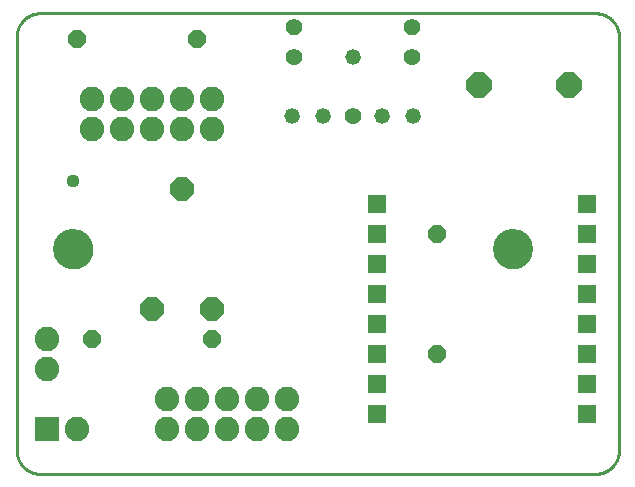
<source format=gts>
G75*
%MOIN*%
%OFA0B0*%
%FSLAX25Y25*%
%IPPOS*%
%LPD*%
%AMOC8*
5,1,8,0,0,1.08239X$1,22.5*
%
%ADD10C,0.00000*%
%ADD11C,0.13398*%
%ADD12C,0.01000*%
%ADD13C,0.08200*%
%ADD14R,0.08200X0.08200*%
%ADD15C,0.05524*%
%ADD16C,0.05200*%
%ADD17OC8,0.07800*%
%ADD18OC8,0.08400*%
%ADD19R,0.06146X0.06146*%
%ADD20OC8,0.06000*%
%ADD21C,0.04369*%
D10*
X0014099Y0081103D02*
X0014101Y0081261D01*
X0014107Y0081419D01*
X0014117Y0081577D01*
X0014131Y0081735D01*
X0014149Y0081892D01*
X0014170Y0082049D01*
X0014196Y0082205D01*
X0014226Y0082361D01*
X0014259Y0082516D01*
X0014297Y0082669D01*
X0014338Y0082822D01*
X0014383Y0082974D01*
X0014432Y0083125D01*
X0014485Y0083274D01*
X0014541Y0083422D01*
X0014601Y0083568D01*
X0014665Y0083713D01*
X0014733Y0083856D01*
X0014804Y0083998D01*
X0014878Y0084138D01*
X0014956Y0084275D01*
X0015038Y0084411D01*
X0015122Y0084545D01*
X0015211Y0084676D01*
X0015302Y0084805D01*
X0015397Y0084932D01*
X0015494Y0085057D01*
X0015595Y0085179D01*
X0015699Y0085298D01*
X0015806Y0085415D01*
X0015916Y0085529D01*
X0016029Y0085640D01*
X0016144Y0085749D01*
X0016262Y0085854D01*
X0016383Y0085956D01*
X0016506Y0086056D01*
X0016632Y0086152D01*
X0016760Y0086245D01*
X0016890Y0086335D01*
X0017023Y0086421D01*
X0017158Y0086505D01*
X0017294Y0086584D01*
X0017433Y0086661D01*
X0017574Y0086733D01*
X0017716Y0086803D01*
X0017860Y0086868D01*
X0018006Y0086930D01*
X0018153Y0086988D01*
X0018302Y0087043D01*
X0018452Y0087094D01*
X0018603Y0087141D01*
X0018755Y0087184D01*
X0018908Y0087223D01*
X0019063Y0087259D01*
X0019218Y0087290D01*
X0019374Y0087318D01*
X0019530Y0087342D01*
X0019687Y0087362D01*
X0019845Y0087378D01*
X0020002Y0087390D01*
X0020161Y0087398D01*
X0020319Y0087402D01*
X0020477Y0087402D01*
X0020635Y0087398D01*
X0020794Y0087390D01*
X0020951Y0087378D01*
X0021109Y0087362D01*
X0021266Y0087342D01*
X0021422Y0087318D01*
X0021578Y0087290D01*
X0021733Y0087259D01*
X0021888Y0087223D01*
X0022041Y0087184D01*
X0022193Y0087141D01*
X0022344Y0087094D01*
X0022494Y0087043D01*
X0022643Y0086988D01*
X0022790Y0086930D01*
X0022936Y0086868D01*
X0023080Y0086803D01*
X0023222Y0086733D01*
X0023363Y0086661D01*
X0023502Y0086584D01*
X0023638Y0086505D01*
X0023773Y0086421D01*
X0023906Y0086335D01*
X0024036Y0086245D01*
X0024164Y0086152D01*
X0024290Y0086056D01*
X0024413Y0085956D01*
X0024534Y0085854D01*
X0024652Y0085749D01*
X0024767Y0085640D01*
X0024880Y0085529D01*
X0024990Y0085415D01*
X0025097Y0085298D01*
X0025201Y0085179D01*
X0025302Y0085057D01*
X0025399Y0084932D01*
X0025494Y0084805D01*
X0025585Y0084676D01*
X0025674Y0084545D01*
X0025758Y0084411D01*
X0025840Y0084275D01*
X0025918Y0084138D01*
X0025992Y0083998D01*
X0026063Y0083856D01*
X0026131Y0083713D01*
X0026195Y0083568D01*
X0026255Y0083422D01*
X0026311Y0083274D01*
X0026364Y0083125D01*
X0026413Y0082974D01*
X0026458Y0082822D01*
X0026499Y0082669D01*
X0026537Y0082516D01*
X0026570Y0082361D01*
X0026600Y0082205D01*
X0026626Y0082049D01*
X0026647Y0081892D01*
X0026665Y0081735D01*
X0026679Y0081577D01*
X0026689Y0081419D01*
X0026695Y0081261D01*
X0026697Y0081103D01*
X0026695Y0080945D01*
X0026689Y0080787D01*
X0026679Y0080629D01*
X0026665Y0080471D01*
X0026647Y0080314D01*
X0026626Y0080157D01*
X0026600Y0080001D01*
X0026570Y0079845D01*
X0026537Y0079690D01*
X0026499Y0079537D01*
X0026458Y0079384D01*
X0026413Y0079232D01*
X0026364Y0079081D01*
X0026311Y0078932D01*
X0026255Y0078784D01*
X0026195Y0078638D01*
X0026131Y0078493D01*
X0026063Y0078350D01*
X0025992Y0078208D01*
X0025918Y0078068D01*
X0025840Y0077931D01*
X0025758Y0077795D01*
X0025674Y0077661D01*
X0025585Y0077530D01*
X0025494Y0077401D01*
X0025399Y0077274D01*
X0025302Y0077149D01*
X0025201Y0077027D01*
X0025097Y0076908D01*
X0024990Y0076791D01*
X0024880Y0076677D01*
X0024767Y0076566D01*
X0024652Y0076457D01*
X0024534Y0076352D01*
X0024413Y0076250D01*
X0024290Y0076150D01*
X0024164Y0076054D01*
X0024036Y0075961D01*
X0023906Y0075871D01*
X0023773Y0075785D01*
X0023638Y0075701D01*
X0023502Y0075622D01*
X0023363Y0075545D01*
X0023222Y0075473D01*
X0023080Y0075403D01*
X0022936Y0075338D01*
X0022790Y0075276D01*
X0022643Y0075218D01*
X0022494Y0075163D01*
X0022344Y0075112D01*
X0022193Y0075065D01*
X0022041Y0075022D01*
X0021888Y0074983D01*
X0021733Y0074947D01*
X0021578Y0074916D01*
X0021422Y0074888D01*
X0021266Y0074864D01*
X0021109Y0074844D01*
X0020951Y0074828D01*
X0020794Y0074816D01*
X0020635Y0074808D01*
X0020477Y0074804D01*
X0020319Y0074804D01*
X0020161Y0074808D01*
X0020002Y0074816D01*
X0019845Y0074828D01*
X0019687Y0074844D01*
X0019530Y0074864D01*
X0019374Y0074888D01*
X0019218Y0074916D01*
X0019063Y0074947D01*
X0018908Y0074983D01*
X0018755Y0075022D01*
X0018603Y0075065D01*
X0018452Y0075112D01*
X0018302Y0075163D01*
X0018153Y0075218D01*
X0018006Y0075276D01*
X0017860Y0075338D01*
X0017716Y0075403D01*
X0017574Y0075473D01*
X0017433Y0075545D01*
X0017294Y0075622D01*
X0017158Y0075701D01*
X0017023Y0075785D01*
X0016890Y0075871D01*
X0016760Y0075961D01*
X0016632Y0076054D01*
X0016506Y0076150D01*
X0016383Y0076250D01*
X0016262Y0076352D01*
X0016144Y0076457D01*
X0016029Y0076566D01*
X0015916Y0076677D01*
X0015806Y0076791D01*
X0015699Y0076908D01*
X0015595Y0077027D01*
X0015494Y0077149D01*
X0015397Y0077274D01*
X0015302Y0077401D01*
X0015211Y0077530D01*
X0015122Y0077661D01*
X0015038Y0077795D01*
X0014956Y0077931D01*
X0014878Y0078068D01*
X0014804Y0078208D01*
X0014733Y0078350D01*
X0014665Y0078493D01*
X0014601Y0078638D01*
X0014541Y0078784D01*
X0014485Y0078932D01*
X0014432Y0079081D01*
X0014383Y0079232D01*
X0014338Y0079384D01*
X0014297Y0079537D01*
X0014259Y0079690D01*
X0014226Y0079845D01*
X0014196Y0080001D01*
X0014170Y0080157D01*
X0014149Y0080314D01*
X0014131Y0080471D01*
X0014117Y0080629D01*
X0014107Y0080787D01*
X0014101Y0080945D01*
X0014099Y0081103D01*
X0091453Y0145300D02*
X0091455Y0145397D01*
X0091461Y0145494D01*
X0091471Y0145590D01*
X0091485Y0145686D01*
X0091503Y0145782D01*
X0091524Y0145876D01*
X0091550Y0145970D01*
X0091579Y0146062D01*
X0091613Y0146153D01*
X0091649Y0146243D01*
X0091690Y0146331D01*
X0091734Y0146417D01*
X0091782Y0146502D01*
X0091833Y0146584D01*
X0091887Y0146665D01*
X0091945Y0146743D01*
X0092006Y0146818D01*
X0092069Y0146891D01*
X0092136Y0146962D01*
X0092206Y0147029D01*
X0092278Y0147094D01*
X0092353Y0147155D01*
X0092431Y0147214D01*
X0092510Y0147269D01*
X0092592Y0147321D01*
X0092676Y0147369D01*
X0092762Y0147414D01*
X0092850Y0147456D01*
X0092939Y0147494D01*
X0093030Y0147528D01*
X0093122Y0147558D01*
X0093215Y0147585D01*
X0093310Y0147607D01*
X0093405Y0147626D01*
X0093501Y0147641D01*
X0093597Y0147652D01*
X0093694Y0147659D01*
X0093791Y0147662D01*
X0093888Y0147661D01*
X0093985Y0147656D01*
X0094081Y0147647D01*
X0094177Y0147634D01*
X0094273Y0147617D01*
X0094368Y0147596D01*
X0094461Y0147572D01*
X0094554Y0147543D01*
X0094646Y0147511D01*
X0094736Y0147475D01*
X0094824Y0147436D01*
X0094911Y0147392D01*
X0094996Y0147346D01*
X0095079Y0147295D01*
X0095160Y0147242D01*
X0095238Y0147185D01*
X0095315Y0147125D01*
X0095388Y0147062D01*
X0095459Y0146996D01*
X0095527Y0146927D01*
X0095593Y0146855D01*
X0095655Y0146781D01*
X0095714Y0146704D01*
X0095770Y0146625D01*
X0095823Y0146543D01*
X0095873Y0146460D01*
X0095918Y0146374D01*
X0095961Y0146287D01*
X0096000Y0146198D01*
X0096035Y0146108D01*
X0096066Y0146016D01*
X0096093Y0145923D01*
X0096117Y0145829D01*
X0096137Y0145734D01*
X0096153Y0145638D01*
X0096165Y0145542D01*
X0096173Y0145445D01*
X0096177Y0145348D01*
X0096177Y0145252D01*
X0096173Y0145155D01*
X0096165Y0145058D01*
X0096153Y0144962D01*
X0096137Y0144866D01*
X0096117Y0144771D01*
X0096093Y0144677D01*
X0096066Y0144584D01*
X0096035Y0144492D01*
X0096000Y0144402D01*
X0095961Y0144313D01*
X0095918Y0144226D01*
X0095873Y0144140D01*
X0095823Y0144057D01*
X0095770Y0143975D01*
X0095714Y0143896D01*
X0095655Y0143819D01*
X0095593Y0143745D01*
X0095527Y0143673D01*
X0095459Y0143604D01*
X0095388Y0143538D01*
X0095315Y0143475D01*
X0095238Y0143415D01*
X0095160Y0143358D01*
X0095079Y0143305D01*
X0094996Y0143254D01*
X0094911Y0143208D01*
X0094824Y0143164D01*
X0094736Y0143125D01*
X0094646Y0143089D01*
X0094554Y0143057D01*
X0094461Y0143028D01*
X0094368Y0143004D01*
X0094273Y0142983D01*
X0094177Y0142966D01*
X0094081Y0142953D01*
X0093985Y0142944D01*
X0093888Y0142939D01*
X0093791Y0142938D01*
X0093694Y0142941D01*
X0093597Y0142948D01*
X0093501Y0142959D01*
X0093405Y0142974D01*
X0093310Y0142993D01*
X0093215Y0143015D01*
X0093122Y0143042D01*
X0093030Y0143072D01*
X0092939Y0143106D01*
X0092850Y0143144D01*
X0092762Y0143186D01*
X0092676Y0143231D01*
X0092592Y0143279D01*
X0092510Y0143331D01*
X0092431Y0143386D01*
X0092353Y0143445D01*
X0092278Y0143506D01*
X0092206Y0143571D01*
X0092136Y0143638D01*
X0092069Y0143709D01*
X0092006Y0143782D01*
X0091945Y0143857D01*
X0091887Y0143935D01*
X0091833Y0144016D01*
X0091782Y0144098D01*
X0091734Y0144183D01*
X0091690Y0144269D01*
X0091649Y0144357D01*
X0091613Y0144447D01*
X0091579Y0144538D01*
X0091550Y0144630D01*
X0091524Y0144724D01*
X0091503Y0144818D01*
X0091485Y0144914D01*
X0091471Y0145010D01*
X0091461Y0145106D01*
X0091455Y0145203D01*
X0091453Y0145300D01*
X0091453Y0155143D02*
X0091455Y0155240D01*
X0091461Y0155337D01*
X0091471Y0155433D01*
X0091485Y0155529D01*
X0091503Y0155625D01*
X0091524Y0155719D01*
X0091550Y0155813D01*
X0091579Y0155905D01*
X0091613Y0155996D01*
X0091649Y0156086D01*
X0091690Y0156174D01*
X0091734Y0156260D01*
X0091782Y0156345D01*
X0091833Y0156427D01*
X0091887Y0156508D01*
X0091945Y0156586D01*
X0092006Y0156661D01*
X0092069Y0156734D01*
X0092136Y0156805D01*
X0092206Y0156872D01*
X0092278Y0156937D01*
X0092353Y0156998D01*
X0092431Y0157057D01*
X0092510Y0157112D01*
X0092592Y0157164D01*
X0092676Y0157212D01*
X0092762Y0157257D01*
X0092850Y0157299D01*
X0092939Y0157337D01*
X0093030Y0157371D01*
X0093122Y0157401D01*
X0093215Y0157428D01*
X0093310Y0157450D01*
X0093405Y0157469D01*
X0093501Y0157484D01*
X0093597Y0157495D01*
X0093694Y0157502D01*
X0093791Y0157505D01*
X0093888Y0157504D01*
X0093985Y0157499D01*
X0094081Y0157490D01*
X0094177Y0157477D01*
X0094273Y0157460D01*
X0094368Y0157439D01*
X0094461Y0157415D01*
X0094554Y0157386D01*
X0094646Y0157354D01*
X0094736Y0157318D01*
X0094824Y0157279D01*
X0094911Y0157235D01*
X0094996Y0157189D01*
X0095079Y0157138D01*
X0095160Y0157085D01*
X0095238Y0157028D01*
X0095315Y0156968D01*
X0095388Y0156905D01*
X0095459Y0156839D01*
X0095527Y0156770D01*
X0095593Y0156698D01*
X0095655Y0156624D01*
X0095714Y0156547D01*
X0095770Y0156468D01*
X0095823Y0156386D01*
X0095873Y0156303D01*
X0095918Y0156217D01*
X0095961Y0156130D01*
X0096000Y0156041D01*
X0096035Y0155951D01*
X0096066Y0155859D01*
X0096093Y0155766D01*
X0096117Y0155672D01*
X0096137Y0155577D01*
X0096153Y0155481D01*
X0096165Y0155385D01*
X0096173Y0155288D01*
X0096177Y0155191D01*
X0096177Y0155095D01*
X0096173Y0154998D01*
X0096165Y0154901D01*
X0096153Y0154805D01*
X0096137Y0154709D01*
X0096117Y0154614D01*
X0096093Y0154520D01*
X0096066Y0154427D01*
X0096035Y0154335D01*
X0096000Y0154245D01*
X0095961Y0154156D01*
X0095918Y0154069D01*
X0095873Y0153983D01*
X0095823Y0153900D01*
X0095770Y0153818D01*
X0095714Y0153739D01*
X0095655Y0153662D01*
X0095593Y0153588D01*
X0095527Y0153516D01*
X0095459Y0153447D01*
X0095388Y0153381D01*
X0095315Y0153318D01*
X0095238Y0153258D01*
X0095160Y0153201D01*
X0095079Y0153148D01*
X0094996Y0153097D01*
X0094911Y0153051D01*
X0094824Y0153007D01*
X0094736Y0152968D01*
X0094646Y0152932D01*
X0094554Y0152900D01*
X0094461Y0152871D01*
X0094368Y0152847D01*
X0094273Y0152826D01*
X0094177Y0152809D01*
X0094081Y0152796D01*
X0093985Y0152787D01*
X0093888Y0152782D01*
X0093791Y0152781D01*
X0093694Y0152784D01*
X0093597Y0152791D01*
X0093501Y0152802D01*
X0093405Y0152817D01*
X0093310Y0152836D01*
X0093215Y0152858D01*
X0093122Y0152885D01*
X0093030Y0152915D01*
X0092939Y0152949D01*
X0092850Y0152987D01*
X0092762Y0153029D01*
X0092676Y0153074D01*
X0092592Y0153122D01*
X0092510Y0153174D01*
X0092431Y0153229D01*
X0092353Y0153288D01*
X0092278Y0153349D01*
X0092206Y0153414D01*
X0092136Y0153481D01*
X0092069Y0153552D01*
X0092006Y0153625D01*
X0091945Y0153700D01*
X0091887Y0153778D01*
X0091833Y0153859D01*
X0091782Y0153941D01*
X0091734Y0154026D01*
X0091690Y0154112D01*
X0091649Y0154200D01*
X0091613Y0154290D01*
X0091579Y0154381D01*
X0091550Y0154473D01*
X0091524Y0154567D01*
X0091503Y0154661D01*
X0091485Y0154757D01*
X0091471Y0154853D01*
X0091461Y0154949D01*
X0091455Y0155046D01*
X0091453Y0155143D01*
X0111138Y0125615D02*
X0111140Y0125712D01*
X0111146Y0125809D01*
X0111156Y0125905D01*
X0111170Y0126001D01*
X0111188Y0126097D01*
X0111209Y0126191D01*
X0111235Y0126285D01*
X0111264Y0126377D01*
X0111298Y0126468D01*
X0111334Y0126558D01*
X0111375Y0126646D01*
X0111419Y0126732D01*
X0111467Y0126817D01*
X0111518Y0126899D01*
X0111572Y0126980D01*
X0111630Y0127058D01*
X0111691Y0127133D01*
X0111754Y0127206D01*
X0111821Y0127277D01*
X0111891Y0127344D01*
X0111963Y0127409D01*
X0112038Y0127470D01*
X0112116Y0127529D01*
X0112195Y0127584D01*
X0112277Y0127636D01*
X0112361Y0127684D01*
X0112447Y0127729D01*
X0112535Y0127771D01*
X0112624Y0127809D01*
X0112715Y0127843D01*
X0112807Y0127873D01*
X0112900Y0127900D01*
X0112995Y0127922D01*
X0113090Y0127941D01*
X0113186Y0127956D01*
X0113282Y0127967D01*
X0113379Y0127974D01*
X0113476Y0127977D01*
X0113573Y0127976D01*
X0113670Y0127971D01*
X0113766Y0127962D01*
X0113862Y0127949D01*
X0113958Y0127932D01*
X0114053Y0127911D01*
X0114146Y0127887D01*
X0114239Y0127858D01*
X0114331Y0127826D01*
X0114421Y0127790D01*
X0114509Y0127751D01*
X0114596Y0127707D01*
X0114681Y0127661D01*
X0114764Y0127610D01*
X0114845Y0127557D01*
X0114923Y0127500D01*
X0115000Y0127440D01*
X0115073Y0127377D01*
X0115144Y0127311D01*
X0115212Y0127242D01*
X0115278Y0127170D01*
X0115340Y0127096D01*
X0115399Y0127019D01*
X0115455Y0126940D01*
X0115508Y0126858D01*
X0115558Y0126775D01*
X0115603Y0126689D01*
X0115646Y0126602D01*
X0115685Y0126513D01*
X0115720Y0126423D01*
X0115751Y0126331D01*
X0115778Y0126238D01*
X0115802Y0126144D01*
X0115822Y0126049D01*
X0115838Y0125953D01*
X0115850Y0125857D01*
X0115858Y0125760D01*
X0115862Y0125663D01*
X0115862Y0125567D01*
X0115858Y0125470D01*
X0115850Y0125373D01*
X0115838Y0125277D01*
X0115822Y0125181D01*
X0115802Y0125086D01*
X0115778Y0124992D01*
X0115751Y0124899D01*
X0115720Y0124807D01*
X0115685Y0124717D01*
X0115646Y0124628D01*
X0115603Y0124541D01*
X0115558Y0124455D01*
X0115508Y0124372D01*
X0115455Y0124290D01*
X0115399Y0124211D01*
X0115340Y0124134D01*
X0115278Y0124060D01*
X0115212Y0123988D01*
X0115144Y0123919D01*
X0115073Y0123853D01*
X0115000Y0123790D01*
X0114923Y0123730D01*
X0114845Y0123673D01*
X0114764Y0123620D01*
X0114681Y0123569D01*
X0114596Y0123523D01*
X0114509Y0123479D01*
X0114421Y0123440D01*
X0114331Y0123404D01*
X0114239Y0123372D01*
X0114146Y0123343D01*
X0114053Y0123319D01*
X0113958Y0123298D01*
X0113862Y0123281D01*
X0113766Y0123268D01*
X0113670Y0123259D01*
X0113573Y0123254D01*
X0113476Y0123253D01*
X0113379Y0123256D01*
X0113282Y0123263D01*
X0113186Y0123274D01*
X0113090Y0123289D01*
X0112995Y0123308D01*
X0112900Y0123330D01*
X0112807Y0123357D01*
X0112715Y0123387D01*
X0112624Y0123421D01*
X0112535Y0123459D01*
X0112447Y0123501D01*
X0112361Y0123546D01*
X0112277Y0123594D01*
X0112195Y0123646D01*
X0112116Y0123701D01*
X0112038Y0123760D01*
X0111963Y0123821D01*
X0111891Y0123886D01*
X0111821Y0123953D01*
X0111754Y0124024D01*
X0111691Y0124097D01*
X0111630Y0124172D01*
X0111572Y0124250D01*
X0111518Y0124331D01*
X0111467Y0124413D01*
X0111419Y0124498D01*
X0111375Y0124584D01*
X0111334Y0124672D01*
X0111298Y0124762D01*
X0111264Y0124853D01*
X0111235Y0124945D01*
X0111209Y0125039D01*
X0111188Y0125133D01*
X0111170Y0125229D01*
X0111156Y0125325D01*
X0111146Y0125421D01*
X0111140Y0125518D01*
X0111138Y0125615D01*
X0130823Y0145300D02*
X0130825Y0145397D01*
X0130831Y0145494D01*
X0130841Y0145590D01*
X0130855Y0145686D01*
X0130873Y0145782D01*
X0130894Y0145876D01*
X0130920Y0145970D01*
X0130949Y0146062D01*
X0130983Y0146153D01*
X0131019Y0146243D01*
X0131060Y0146331D01*
X0131104Y0146417D01*
X0131152Y0146502D01*
X0131203Y0146584D01*
X0131257Y0146665D01*
X0131315Y0146743D01*
X0131376Y0146818D01*
X0131439Y0146891D01*
X0131506Y0146962D01*
X0131576Y0147029D01*
X0131648Y0147094D01*
X0131723Y0147155D01*
X0131801Y0147214D01*
X0131880Y0147269D01*
X0131962Y0147321D01*
X0132046Y0147369D01*
X0132132Y0147414D01*
X0132220Y0147456D01*
X0132309Y0147494D01*
X0132400Y0147528D01*
X0132492Y0147558D01*
X0132585Y0147585D01*
X0132680Y0147607D01*
X0132775Y0147626D01*
X0132871Y0147641D01*
X0132967Y0147652D01*
X0133064Y0147659D01*
X0133161Y0147662D01*
X0133258Y0147661D01*
X0133355Y0147656D01*
X0133451Y0147647D01*
X0133547Y0147634D01*
X0133643Y0147617D01*
X0133738Y0147596D01*
X0133831Y0147572D01*
X0133924Y0147543D01*
X0134016Y0147511D01*
X0134106Y0147475D01*
X0134194Y0147436D01*
X0134281Y0147392D01*
X0134366Y0147346D01*
X0134449Y0147295D01*
X0134530Y0147242D01*
X0134608Y0147185D01*
X0134685Y0147125D01*
X0134758Y0147062D01*
X0134829Y0146996D01*
X0134897Y0146927D01*
X0134963Y0146855D01*
X0135025Y0146781D01*
X0135084Y0146704D01*
X0135140Y0146625D01*
X0135193Y0146543D01*
X0135243Y0146460D01*
X0135288Y0146374D01*
X0135331Y0146287D01*
X0135370Y0146198D01*
X0135405Y0146108D01*
X0135436Y0146016D01*
X0135463Y0145923D01*
X0135487Y0145829D01*
X0135507Y0145734D01*
X0135523Y0145638D01*
X0135535Y0145542D01*
X0135543Y0145445D01*
X0135547Y0145348D01*
X0135547Y0145252D01*
X0135543Y0145155D01*
X0135535Y0145058D01*
X0135523Y0144962D01*
X0135507Y0144866D01*
X0135487Y0144771D01*
X0135463Y0144677D01*
X0135436Y0144584D01*
X0135405Y0144492D01*
X0135370Y0144402D01*
X0135331Y0144313D01*
X0135288Y0144226D01*
X0135243Y0144140D01*
X0135193Y0144057D01*
X0135140Y0143975D01*
X0135084Y0143896D01*
X0135025Y0143819D01*
X0134963Y0143745D01*
X0134897Y0143673D01*
X0134829Y0143604D01*
X0134758Y0143538D01*
X0134685Y0143475D01*
X0134608Y0143415D01*
X0134530Y0143358D01*
X0134449Y0143305D01*
X0134366Y0143254D01*
X0134281Y0143208D01*
X0134194Y0143164D01*
X0134106Y0143125D01*
X0134016Y0143089D01*
X0133924Y0143057D01*
X0133831Y0143028D01*
X0133738Y0143004D01*
X0133643Y0142983D01*
X0133547Y0142966D01*
X0133451Y0142953D01*
X0133355Y0142944D01*
X0133258Y0142939D01*
X0133161Y0142938D01*
X0133064Y0142941D01*
X0132967Y0142948D01*
X0132871Y0142959D01*
X0132775Y0142974D01*
X0132680Y0142993D01*
X0132585Y0143015D01*
X0132492Y0143042D01*
X0132400Y0143072D01*
X0132309Y0143106D01*
X0132220Y0143144D01*
X0132132Y0143186D01*
X0132046Y0143231D01*
X0131962Y0143279D01*
X0131880Y0143331D01*
X0131801Y0143386D01*
X0131723Y0143445D01*
X0131648Y0143506D01*
X0131576Y0143571D01*
X0131506Y0143638D01*
X0131439Y0143709D01*
X0131376Y0143782D01*
X0131315Y0143857D01*
X0131257Y0143935D01*
X0131203Y0144016D01*
X0131152Y0144098D01*
X0131104Y0144183D01*
X0131060Y0144269D01*
X0131019Y0144357D01*
X0130983Y0144447D01*
X0130949Y0144538D01*
X0130920Y0144630D01*
X0130894Y0144724D01*
X0130873Y0144818D01*
X0130855Y0144914D01*
X0130841Y0145010D01*
X0130831Y0145106D01*
X0130825Y0145203D01*
X0130823Y0145300D01*
X0130823Y0155143D02*
X0130825Y0155240D01*
X0130831Y0155337D01*
X0130841Y0155433D01*
X0130855Y0155529D01*
X0130873Y0155625D01*
X0130894Y0155719D01*
X0130920Y0155813D01*
X0130949Y0155905D01*
X0130983Y0155996D01*
X0131019Y0156086D01*
X0131060Y0156174D01*
X0131104Y0156260D01*
X0131152Y0156345D01*
X0131203Y0156427D01*
X0131257Y0156508D01*
X0131315Y0156586D01*
X0131376Y0156661D01*
X0131439Y0156734D01*
X0131506Y0156805D01*
X0131576Y0156872D01*
X0131648Y0156937D01*
X0131723Y0156998D01*
X0131801Y0157057D01*
X0131880Y0157112D01*
X0131962Y0157164D01*
X0132046Y0157212D01*
X0132132Y0157257D01*
X0132220Y0157299D01*
X0132309Y0157337D01*
X0132400Y0157371D01*
X0132492Y0157401D01*
X0132585Y0157428D01*
X0132680Y0157450D01*
X0132775Y0157469D01*
X0132871Y0157484D01*
X0132967Y0157495D01*
X0133064Y0157502D01*
X0133161Y0157505D01*
X0133258Y0157504D01*
X0133355Y0157499D01*
X0133451Y0157490D01*
X0133547Y0157477D01*
X0133643Y0157460D01*
X0133738Y0157439D01*
X0133831Y0157415D01*
X0133924Y0157386D01*
X0134016Y0157354D01*
X0134106Y0157318D01*
X0134194Y0157279D01*
X0134281Y0157235D01*
X0134366Y0157189D01*
X0134449Y0157138D01*
X0134530Y0157085D01*
X0134608Y0157028D01*
X0134685Y0156968D01*
X0134758Y0156905D01*
X0134829Y0156839D01*
X0134897Y0156770D01*
X0134963Y0156698D01*
X0135025Y0156624D01*
X0135084Y0156547D01*
X0135140Y0156468D01*
X0135193Y0156386D01*
X0135243Y0156303D01*
X0135288Y0156217D01*
X0135331Y0156130D01*
X0135370Y0156041D01*
X0135405Y0155951D01*
X0135436Y0155859D01*
X0135463Y0155766D01*
X0135487Y0155672D01*
X0135507Y0155577D01*
X0135523Y0155481D01*
X0135535Y0155385D01*
X0135543Y0155288D01*
X0135547Y0155191D01*
X0135547Y0155095D01*
X0135543Y0154998D01*
X0135535Y0154901D01*
X0135523Y0154805D01*
X0135507Y0154709D01*
X0135487Y0154614D01*
X0135463Y0154520D01*
X0135436Y0154427D01*
X0135405Y0154335D01*
X0135370Y0154245D01*
X0135331Y0154156D01*
X0135288Y0154069D01*
X0135243Y0153983D01*
X0135193Y0153900D01*
X0135140Y0153818D01*
X0135084Y0153739D01*
X0135025Y0153662D01*
X0134963Y0153588D01*
X0134897Y0153516D01*
X0134829Y0153447D01*
X0134758Y0153381D01*
X0134685Y0153318D01*
X0134608Y0153258D01*
X0134530Y0153201D01*
X0134449Y0153148D01*
X0134366Y0153097D01*
X0134281Y0153051D01*
X0134194Y0153007D01*
X0134106Y0152968D01*
X0134016Y0152932D01*
X0133924Y0152900D01*
X0133831Y0152871D01*
X0133738Y0152847D01*
X0133643Y0152826D01*
X0133547Y0152809D01*
X0133451Y0152796D01*
X0133355Y0152787D01*
X0133258Y0152782D01*
X0133161Y0152781D01*
X0133064Y0152784D01*
X0132967Y0152791D01*
X0132871Y0152802D01*
X0132775Y0152817D01*
X0132680Y0152836D01*
X0132585Y0152858D01*
X0132492Y0152885D01*
X0132400Y0152915D01*
X0132309Y0152949D01*
X0132220Y0152987D01*
X0132132Y0153029D01*
X0132046Y0153074D01*
X0131962Y0153122D01*
X0131880Y0153174D01*
X0131801Y0153229D01*
X0131723Y0153288D01*
X0131648Y0153349D01*
X0131576Y0153414D01*
X0131506Y0153481D01*
X0131439Y0153552D01*
X0131376Y0153625D01*
X0131315Y0153700D01*
X0131257Y0153778D01*
X0131203Y0153859D01*
X0131152Y0153941D01*
X0131104Y0154026D01*
X0131060Y0154112D01*
X0131019Y0154200D01*
X0130983Y0154290D01*
X0130949Y0154381D01*
X0130920Y0154473D01*
X0130894Y0154567D01*
X0130873Y0154661D01*
X0130855Y0154757D01*
X0130841Y0154853D01*
X0130831Y0154949D01*
X0130825Y0155046D01*
X0130823Y0155143D01*
X0160555Y0081103D02*
X0160557Y0081261D01*
X0160563Y0081419D01*
X0160573Y0081577D01*
X0160587Y0081735D01*
X0160605Y0081892D01*
X0160626Y0082049D01*
X0160652Y0082205D01*
X0160682Y0082361D01*
X0160715Y0082516D01*
X0160753Y0082669D01*
X0160794Y0082822D01*
X0160839Y0082974D01*
X0160888Y0083125D01*
X0160941Y0083274D01*
X0160997Y0083422D01*
X0161057Y0083568D01*
X0161121Y0083713D01*
X0161189Y0083856D01*
X0161260Y0083998D01*
X0161334Y0084138D01*
X0161412Y0084275D01*
X0161494Y0084411D01*
X0161578Y0084545D01*
X0161667Y0084676D01*
X0161758Y0084805D01*
X0161853Y0084932D01*
X0161950Y0085057D01*
X0162051Y0085179D01*
X0162155Y0085298D01*
X0162262Y0085415D01*
X0162372Y0085529D01*
X0162485Y0085640D01*
X0162600Y0085749D01*
X0162718Y0085854D01*
X0162839Y0085956D01*
X0162962Y0086056D01*
X0163088Y0086152D01*
X0163216Y0086245D01*
X0163346Y0086335D01*
X0163479Y0086421D01*
X0163614Y0086505D01*
X0163750Y0086584D01*
X0163889Y0086661D01*
X0164030Y0086733D01*
X0164172Y0086803D01*
X0164316Y0086868D01*
X0164462Y0086930D01*
X0164609Y0086988D01*
X0164758Y0087043D01*
X0164908Y0087094D01*
X0165059Y0087141D01*
X0165211Y0087184D01*
X0165364Y0087223D01*
X0165519Y0087259D01*
X0165674Y0087290D01*
X0165830Y0087318D01*
X0165986Y0087342D01*
X0166143Y0087362D01*
X0166301Y0087378D01*
X0166458Y0087390D01*
X0166617Y0087398D01*
X0166775Y0087402D01*
X0166933Y0087402D01*
X0167091Y0087398D01*
X0167250Y0087390D01*
X0167407Y0087378D01*
X0167565Y0087362D01*
X0167722Y0087342D01*
X0167878Y0087318D01*
X0168034Y0087290D01*
X0168189Y0087259D01*
X0168344Y0087223D01*
X0168497Y0087184D01*
X0168649Y0087141D01*
X0168800Y0087094D01*
X0168950Y0087043D01*
X0169099Y0086988D01*
X0169246Y0086930D01*
X0169392Y0086868D01*
X0169536Y0086803D01*
X0169678Y0086733D01*
X0169819Y0086661D01*
X0169958Y0086584D01*
X0170094Y0086505D01*
X0170229Y0086421D01*
X0170362Y0086335D01*
X0170492Y0086245D01*
X0170620Y0086152D01*
X0170746Y0086056D01*
X0170869Y0085956D01*
X0170990Y0085854D01*
X0171108Y0085749D01*
X0171223Y0085640D01*
X0171336Y0085529D01*
X0171446Y0085415D01*
X0171553Y0085298D01*
X0171657Y0085179D01*
X0171758Y0085057D01*
X0171855Y0084932D01*
X0171950Y0084805D01*
X0172041Y0084676D01*
X0172130Y0084545D01*
X0172214Y0084411D01*
X0172296Y0084275D01*
X0172374Y0084138D01*
X0172448Y0083998D01*
X0172519Y0083856D01*
X0172587Y0083713D01*
X0172651Y0083568D01*
X0172711Y0083422D01*
X0172767Y0083274D01*
X0172820Y0083125D01*
X0172869Y0082974D01*
X0172914Y0082822D01*
X0172955Y0082669D01*
X0172993Y0082516D01*
X0173026Y0082361D01*
X0173056Y0082205D01*
X0173082Y0082049D01*
X0173103Y0081892D01*
X0173121Y0081735D01*
X0173135Y0081577D01*
X0173145Y0081419D01*
X0173151Y0081261D01*
X0173153Y0081103D01*
X0173151Y0080945D01*
X0173145Y0080787D01*
X0173135Y0080629D01*
X0173121Y0080471D01*
X0173103Y0080314D01*
X0173082Y0080157D01*
X0173056Y0080001D01*
X0173026Y0079845D01*
X0172993Y0079690D01*
X0172955Y0079537D01*
X0172914Y0079384D01*
X0172869Y0079232D01*
X0172820Y0079081D01*
X0172767Y0078932D01*
X0172711Y0078784D01*
X0172651Y0078638D01*
X0172587Y0078493D01*
X0172519Y0078350D01*
X0172448Y0078208D01*
X0172374Y0078068D01*
X0172296Y0077931D01*
X0172214Y0077795D01*
X0172130Y0077661D01*
X0172041Y0077530D01*
X0171950Y0077401D01*
X0171855Y0077274D01*
X0171758Y0077149D01*
X0171657Y0077027D01*
X0171553Y0076908D01*
X0171446Y0076791D01*
X0171336Y0076677D01*
X0171223Y0076566D01*
X0171108Y0076457D01*
X0170990Y0076352D01*
X0170869Y0076250D01*
X0170746Y0076150D01*
X0170620Y0076054D01*
X0170492Y0075961D01*
X0170362Y0075871D01*
X0170229Y0075785D01*
X0170094Y0075701D01*
X0169958Y0075622D01*
X0169819Y0075545D01*
X0169678Y0075473D01*
X0169536Y0075403D01*
X0169392Y0075338D01*
X0169246Y0075276D01*
X0169099Y0075218D01*
X0168950Y0075163D01*
X0168800Y0075112D01*
X0168649Y0075065D01*
X0168497Y0075022D01*
X0168344Y0074983D01*
X0168189Y0074947D01*
X0168034Y0074916D01*
X0167878Y0074888D01*
X0167722Y0074864D01*
X0167565Y0074844D01*
X0167407Y0074828D01*
X0167250Y0074816D01*
X0167091Y0074808D01*
X0166933Y0074804D01*
X0166775Y0074804D01*
X0166617Y0074808D01*
X0166458Y0074816D01*
X0166301Y0074828D01*
X0166143Y0074844D01*
X0165986Y0074864D01*
X0165830Y0074888D01*
X0165674Y0074916D01*
X0165519Y0074947D01*
X0165364Y0074983D01*
X0165211Y0075022D01*
X0165059Y0075065D01*
X0164908Y0075112D01*
X0164758Y0075163D01*
X0164609Y0075218D01*
X0164462Y0075276D01*
X0164316Y0075338D01*
X0164172Y0075403D01*
X0164030Y0075473D01*
X0163889Y0075545D01*
X0163750Y0075622D01*
X0163614Y0075701D01*
X0163479Y0075785D01*
X0163346Y0075871D01*
X0163216Y0075961D01*
X0163088Y0076054D01*
X0162962Y0076150D01*
X0162839Y0076250D01*
X0162718Y0076352D01*
X0162600Y0076457D01*
X0162485Y0076566D01*
X0162372Y0076677D01*
X0162262Y0076791D01*
X0162155Y0076908D01*
X0162051Y0077027D01*
X0161950Y0077149D01*
X0161853Y0077274D01*
X0161758Y0077401D01*
X0161667Y0077530D01*
X0161578Y0077661D01*
X0161494Y0077795D01*
X0161412Y0077931D01*
X0161334Y0078068D01*
X0161260Y0078208D01*
X0161189Y0078350D01*
X0161121Y0078493D01*
X0161057Y0078638D01*
X0160997Y0078784D01*
X0160941Y0078932D01*
X0160888Y0079081D01*
X0160839Y0079232D01*
X0160794Y0079384D01*
X0160753Y0079537D01*
X0160715Y0079690D01*
X0160682Y0079845D01*
X0160652Y0080001D01*
X0160626Y0080157D01*
X0160605Y0080314D01*
X0160587Y0080471D01*
X0160573Y0080629D01*
X0160563Y0080787D01*
X0160557Y0080945D01*
X0160555Y0081103D01*
D11*
X0166854Y0081103D03*
X0020398Y0081103D03*
D12*
X0009374Y0006300D02*
X0194413Y0006300D01*
X0194603Y0006302D01*
X0194793Y0006309D01*
X0194983Y0006321D01*
X0195173Y0006337D01*
X0195362Y0006357D01*
X0195551Y0006383D01*
X0195739Y0006412D01*
X0195926Y0006447D01*
X0196112Y0006486D01*
X0196297Y0006529D01*
X0196482Y0006577D01*
X0196665Y0006629D01*
X0196846Y0006685D01*
X0197026Y0006746D01*
X0197205Y0006812D01*
X0197382Y0006881D01*
X0197558Y0006955D01*
X0197731Y0007033D01*
X0197903Y0007116D01*
X0198072Y0007202D01*
X0198240Y0007292D01*
X0198405Y0007387D01*
X0198568Y0007485D01*
X0198728Y0007588D01*
X0198886Y0007694D01*
X0199041Y0007804D01*
X0199194Y0007917D01*
X0199344Y0008035D01*
X0199490Y0008156D01*
X0199634Y0008280D01*
X0199775Y0008408D01*
X0199913Y0008539D01*
X0200048Y0008674D01*
X0200179Y0008812D01*
X0200307Y0008953D01*
X0200431Y0009097D01*
X0200552Y0009243D01*
X0200670Y0009393D01*
X0200783Y0009546D01*
X0200893Y0009701D01*
X0200999Y0009859D01*
X0201102Y0010019D01*
X0201200Y0010182D01*
X0201295Y0010347D01*
X0201385Y0010515D01*
X0201471Y0010684D01*
X0201554Y0010856D01*
X0201632Y0011029D01*
X0201706Y0011205D01*
X0201775Y0011382D01*
X0201841Y0011561D01*
X0201902Y0011741D01*
X0201958Y0011922D01*
X0202010Y0012105D01*
X0202058Y0012290D01*
X0202101Y0012475D01*
X0202140Y0012661D01*
X0202175Y0012848D01*
X0202204Y0013036D01*
X0202230Y0013225D01*
X0202250Y0013414D01*
X0202266Y0013604D01*
X0202278Y0013794D01*
X0202285Y0013984D01*
X0202287Y0014174D01*
X0202287Y0151969D01*
X0202285Y0152159D01*
X0202278Y0152349D01*
X0202266Y0152539D01*
X0202250Y0152729D01*
X0202230Y0152918D01*
X0202204Y0153107D01*
X0202175Y0153295D01*
X0202140Y0153482D01*
X0202101Y0153668D01*
X0202058Y0153853D01*
X0202010Y0154038D01*
X0201958Y0154221D01*
X0201902Y0154402D01*
X0201841Y0154582D01*
X0201775Y0154761D01*
X0201706Y0154938D01*
X0201632Y0155114D01*
X0201554Y0155287D01*
X0201471Y0155459D01*
X0201385Y0155628D01*
X0201295Y0155796D01*
X0201200Y0155961D01*
X0201102Y0156124D01*
X0200999Y0156284D01*
X0200893Y0156442D01*
X0200783Y0156597D01*
X0200670Y0156750D01*
X0200552Y0156900D01*
X0200431Y0157046D01*
X0200307Y0157190D01*
X0200179Y0157331D01*
X0200048Y0157469D01*
X0199913Y0157604D01*
X0199775Y0157735D01*
X0199634Y0157863D01*
X0199490Y0157987D01*
X0199344Y0158108D01*
X0199194Y0158226D01*
X0199041Y0158339D01*
X0198886Y0158449D01*
X0198728Y0158555D01*
X0198568Y0158658D01*
X0198405Y0158756D01*
X0198240Y0158851D01*
X0198072Y0158941D01*
X0197903Y0159027D01*
X0197731Y0159110D01*
X0197558Y0159188D01*
X0197382Y0159262D01*
X0197205Y0159331D01*
X0197026Y0159397D01*
X0196846Y0159458D01*
X0196665Y0159514D01*
X0196482Y0159566D01*
X0196297Y0159614D01*
X0196112Y0159657D01*
X0195926Y0159696D01*
X0195739Y0159731D01*
X0195551Y0159760D01*
X0195362Y0159786D01*
X0195173Y0159806D01*
X0194983Y0159822D01*
X0194793Y0159834D01*
X0194603Y0159841D01*
X0194413Y0159843D01*
X0009374Y0159843D01*
X0009184Y0159841D01*
X0008994Y0159834D01*
X0008804Y0159822D01*
X0008614Y0159806D01*
X0008425Y0159786D01*
X0008236Y0159760D01*
X0008048Y0159731D01*
X0007861Y0159696D01*
X0007675Y0159657D01*
X0007490Y0159614D01*
X0007305Y0159566D01*
X0007122Y0159514D01*
X0006941Y0159458D01*
X0006761Y0159397D01*
X0006582Y0159331D01*
X0006405Y0159262D01*
X0006229Y0159188D01*
X0006056Y0159110D01*
X0005884Y0159027D01*
X0005715Y0158941D01*
X0005547Y0158851D01*
X0005382Y0158756D01*
X0005219Y0158658D01*
X0005059Y0158555D01*
X0004901Y0158449D01*
X0004746Y0158339D01*
X0004593Y0158226D01*
X0004443Y0158108D01*
X0004297Y0157987D01*
X0004153Y0157863D01*
X0004012Y0157735D01*
X0003874Y0157604D01*
X0003739Y0157469D01*
X0003608Y0157331D01*
X0003480Y0157190D01*
X0003356Y0157046D01*
X0003235Y0156900D01*
X0003117Y0156750D01*
X0003004Y0156597D01*
X0002894Y0156442D01*
X0002788Y0156284D01*
X0002685Y0156124D01*
X0002587Y0155961D01*
X0002492Y0155796D01*
X0002402Y0155628D01*
X0002316Y0155459D01*
X0002233Y0155287D01*
X0002155Y0155114D01*
X0002081Y0154938D01*
X0002012Y0154761D01*
X0001946Y0154582D01*
X0001885Y0154402D01*
X0001829Y0154221D01*
X0001777Y0154038D01*
X0001729Y0153853D01*
X0001686Y0153668D01*
X0001647Y0153482D01*
X0001612Y0153295D01*
X0001583Y0153107D01*
X0001557Y0152918D01*
X0001537Y0152729D01*
X0001521Y0152539D01*
X0001509Y0152349D01*
X0001502Y0152159D01*
X0001500Y0151969D01*
X0001500Y0014174D01*
X0001502Y0013984D01*
X0001509Y0013794D01*
X0001521Y0013604D01*
X0001537Y0013414D01*
X0001557Y0013225D01*
X0001583Y0013036D01*
X0001612Y0012848D01*
X0001647Y0012661D01*
X0001686Y0012475D01*
X0001729Y0012290D01*
X0001777Y0012105D01*
X0001829Y0011922D01*
X0001885Y0011741D01*
X0001946Y0011561D01*
X0002012Y0011382D01*
X0002081Y0011205D01*
X0002155Y0011029D01*
X0002233Y0010856D01*
X0002316Y0010684D01*
X0002402Y0010515D01*
X0002492Y0010347D01*
X0002587Y0010182D01*
X0002685Y0010019D01*
X0002788Y0009859D01*
X0002894Y0009701D01*
X0003004Y0009546D01*
X0003117Y0009393D01*
X0003235Y0009243D01*
X0003356Y0009097D01*
X0003480Y0008953D01*
X0003608Y0008812D01*
X0003739Y0008674D01*
X0003874Y0008539D01*
X0004012Y0008408D01*
X0004153Y0008280D01*
X0004297Y0008156D01*
X0004443Y0008035D01*
X0004593Y0007917D01*
X0004746Y0007804D01*
X0004901Y0007694D01*
X0005059Y0007588D01*
X0005219Y0007485D01*
X0005382Y0007387D01*
X0005547Y0007292D01*
X0005715Y0007202D01*
X0005884Y0007116D01*
X0006056Y0007033D01*
X0006229Y0006955D01*
X0006405Y0006881D01*
X0006582Y0006812D01*
X0006761Y0006746D01*
X0006941Y0006685D01*
X0007122Y0006629D01*
X0007305Y0006577D01*
X0007490Y0006529D01*
X0007675Y0006486D01*
X0007861Y0006447D01*
X0008048Y0006412D01*
X0008236Y0006383D01*
X0008425Y0006357D01*
X0008614Y0006337D01*
X0008804Y0006321D01*
X0008994Y0006309D01*
X0009184Y0006302D01*
X0009374Y0006300D01*
D13*
X0021500Y0021300D03*
X0011500Y0041300D03*
X0011500Y0051300D03*
X0051500Y0031300D03*
X0061500Y0031300D03*
X0071500Y0031300D03*
X0081500Y0031300D03*
X0091500Y0031300D03*
X0091500Y0021300D03*
X0081500Y0021300D03*
X0071500Y0021300D03*
X0061500Y0021300D03*
X0051500Y0021300D03*
X0046500Y0121300D03*
X0036500Y0121300D03*
X0026500Y0121300D03*
X0026500Y0131300D03*
X0036500Y0131300D03*
X0046500Y0131300D03*
X0056500Y0131300D03*
X0066500Y0131300D03*
X0066500Y0121300D03*
X0056500Y0121300D03*
D14*
X0011500Y0021300D03*
D15*
X0113500Y0125615D03*
X0093815Y0145300D03*
X0093815Y0155143D03*
X0133185Y0155143D03*
X0133185Y0145300D03*
D16*
X0113500Y0145300D03*
X0103657Y0125615D03*
X0093421Y0125615D03*
X0123343Y0125615D03*
X0133579Y0125615D03*
D17*
X0066500Y0061300D03*
X0046500Y0061300D03*
X0056500Y0101300D03*
D18*
X0155539Y0135800D03*
X0185461Y0135800D03*
D19*
X0191500Y0096300D03*
X0191500Y0086300D03*
X0191500Y0076300D03*
X0191500Y0066300D03*
X0191500Y0056300D03*
X0191500Y0046300D03*
X0191500Y0036300D03*
X0191500Y0026300D03*
X0121500Y0026300D03*
X0121500Y0036300D03*
X0121500Y0046300D03*
X0121500Y0056300D03*
X0121500Y0066300D03*
X0121500Y0076300D03*
X0121500Y0086300D03*
X0121500Y0096300D03*
D20*
X0141500Y0086300D03*
X0141500Y0046300D03*
X0066500Y0051300D03*
X0026500Y0051300D03*
X0021500Y0151300D03*
X0061500Y0151300D03*
D21*
X0020250Y0103800D03*
M02*

</source>
